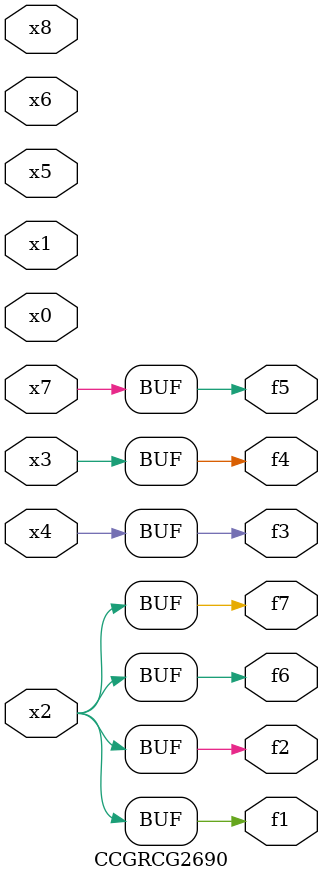
<source format=v>
module CCGRCG2690(
	input x0, x1, x2, x3, x4, x5, x6, x7, x8,
	output f1, f2, f3, f4, f5, f6, f7
);
	assign f1 = x2;
	assign f2 = x2;
	assign f3 = x4;
	assign f4 = x3;
	assign f5 = x7;
	assign f6 = x2;
	assign f7 = x2;
endmodule

</source>
